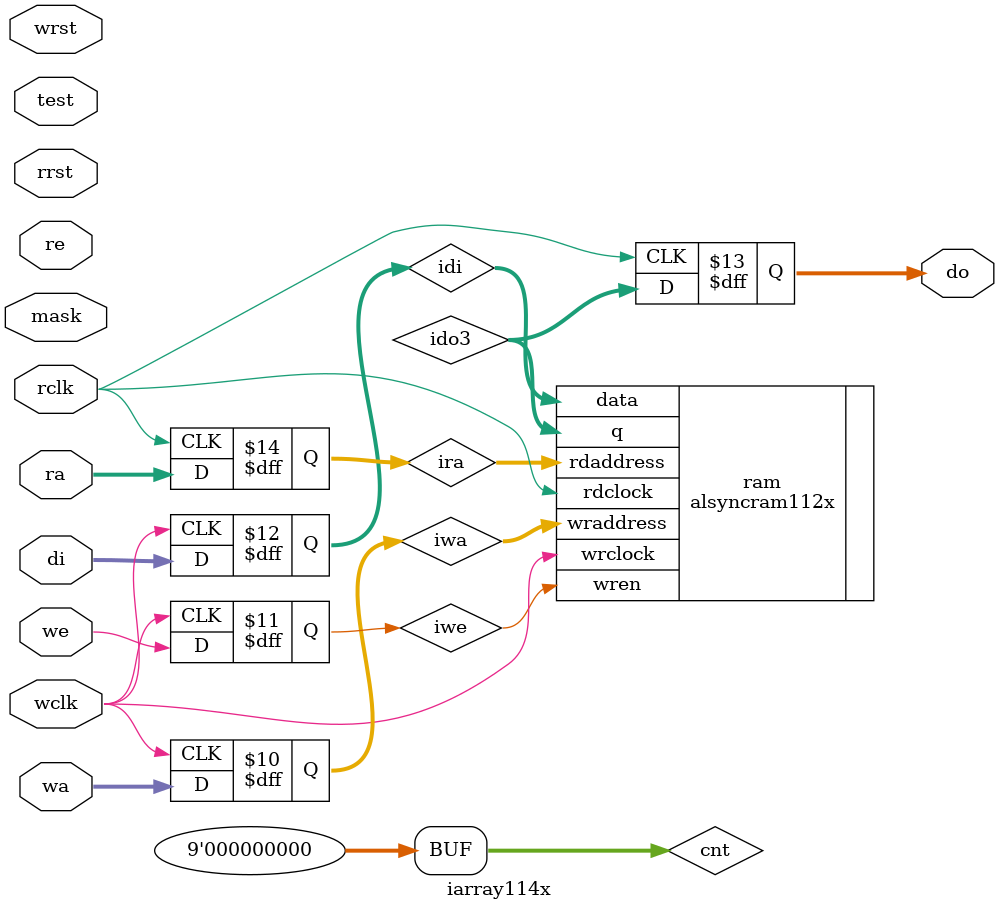
<source format=v>

(* keep_hierarchy = "yes" *) module iarray114x
    (
     wrst,
     wclk,
     wa,
     we,
     di,

     rrst,
     rclk,
     ra,
     re,
     do,
     
     test,
     mask
     );

parameter ADDRBIT = 9;
parameter DEPTH   = 512;
parameter WIDTH   = 32;
parameter TYPE = "AUTO";        //This parameter is for synthesis only (Do not remove)
parameter MAXDEPTH = 0;
parameter MEM_RESET = "OFF";
parameter NUMCLK = 1;// 1 is one clock domain, 2 is two clock domain

input               wrst;
input               wclk;
input [ADDRBIT-1:0] wa;     // @+wclk
input               we;     // @+wclk
input [WIDTH-1:0]   di;     // @+wclk

input               rrst;
input               rclk;
input [ADDRBIT-1:0] ra;     // @+rclk
input               re;
output [WIDTH-1:0]  do;     // @+rclk

input               test;
input               mask;

reg [ADDRBIT-1:0]   iwa = {ADDRBIT{1'b0}};    // @+wclk
reg                 iwe = 1'b0;    // @+wclk
reg [WIDTH-1:0]     idi = {WIDTH{1'b0}};    // @+wclk

reg [ADDRBIT-1:0]   ira = {ADDRBIT{1'b0}};    // @+wclk

reg [ADDRBIT-1:0]   cnt = {ADDRBIT{1'b0}};

//wrapping logics
//write port
generate
if (MEM_RESET == "ON")
    begin: on_reset
    (* KEEP = "true" *) reg array_reset_ccxxx = 1'b0;
    
always @ (posedge wclk)
    begin
    if (wrst)   array_reset_ccxxx <= 1'b1;
    else        array_reset_ccxxx <= 1'b0;
    end

always @ (posedge wclk)
    if (array_reset_ccxxx)
        begin
        cnt <= cnt + 1'b1;      
        iwa <= cnt;
        iwe <= 1'b1;
        idi <= {WIDTH{1'b0}};
        end
    else
        begin
        cnt <= {ADDRBIT{1'b0}};
        iwa <= wa;
        iwe <= we;
        idi <= di;
        end
    end
else
    begin: off_reset
always @ (posedge wclk)
        begin
        iwe <= we;
        iwa <= wa;
        idi <= di;
        end
    end
endgenerate

//read port
always @ (posedge rclk) ira <= ra;

// Memory instant
wire [WIDTH-1:0]    ido3;
reg [WIDTH-1:0]     do = {WIDTH{1'b0}};     // @+rdclk
always @ (posedge rclk)  do <= ido3;

`ifdef  RTL_SIMULATION
reg [ADDRBIT-1:0]   iwa2 = {ADDRBIT{1'b0}};    // @+wclk
reg                 iwe2 = 1'b0;    // @+wclk
reg [WIDTH-1:0]     idi2 = {WIDTH{1'b0}};    // @+wclk
always @ (posedge wclk)
        begin
        iwe2 <= iwe;
        iwa2 <= iwa;
        idi2 <= idi;
        end

reg [ADDRBIT-1:0]   ira2 = {ADDRBIT{1'b0}};    // @+wclk
always @ (posedge rclk) ira2 <= ira;

reg                 ire = {1{1'b0}};
reg                 ire2 = {1{1'b0}};
always @ (posedge rclk)  {ire,ire2} <= {re,ire};

iramrwpx #(ADDRBIT,DEPTH,WIDTH) ram (wclk,iwa2,iwe2,idi2,rclk,ira2,ire2,ido3,test,mask);

`else
alsyncram112x #(ADDRBIT,DEPTH,WIDTH,TYPE, MAXDEPTH, NUMCLK) ram
    (
    .data(idi),
    .wren(iwe),
    .wraddress(iwa),
    .rdaddress(ira),
    .wrclock(wclk),
    .rdclock(rclk),
    .q(ido3));
`endif

endmodule

</source>
